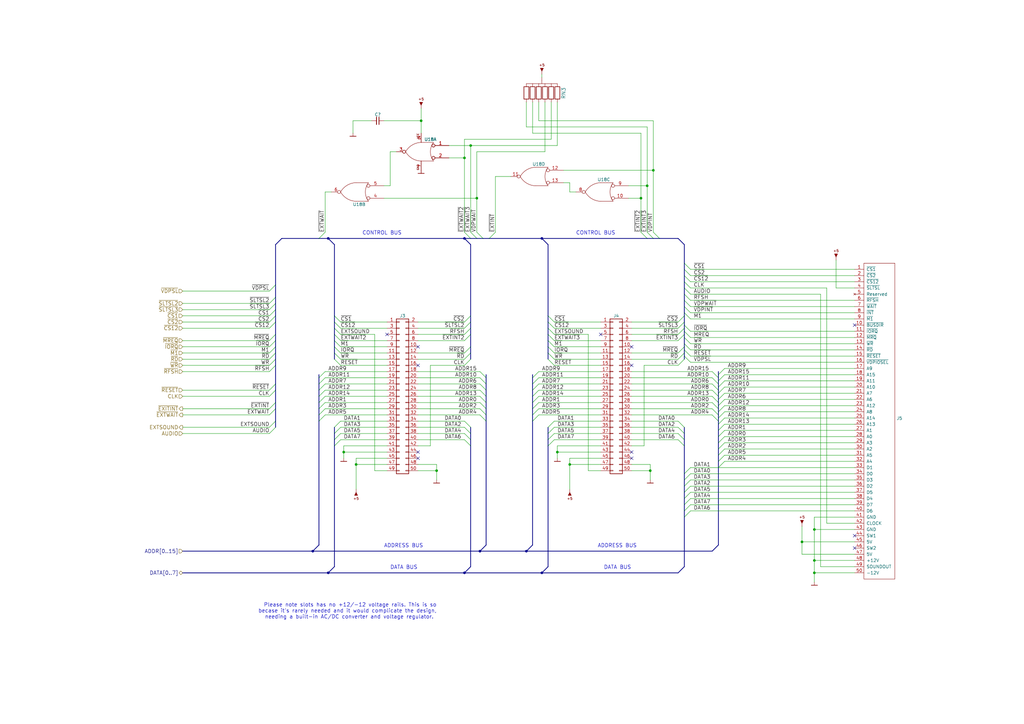
<source format=kicad_sch>
(kicad_sch (version 20211123) (generator eeschema)
  (paper "A3")
  (lib_symbols
    (symbol "artemisa:74HCT08" (pin_names (offset 0.762) hide)
      (property "Reference" "U" (at -7.62 6.35 0))
      (property "Value" "74HCT08" (at -7.62 -5.08 0))
      (symbol "74HCT08_1_0"
        (text "GND" (at 1.27 -6.35 900) (effects (font (size 0.762 0.762))))
        (text "VCC" (at 1.27 7.62 900) (effects (font (size 0.762 0.762)) (justify right)))
        (pin power_in line (at 0 7.62 270) (length 3.81) (name "VCC") (number "14"))
        (pin power_in line (at 0 -7.62 90) (length 3.81) (name "GND") (number "7"))
      )
      (symbol "74HCT08_1_1"
        (pin input line (at -11.43 2.54 0) (length 6.2992) (name "~") (number "1"))
        (pin input line (at -11.43 -2.54 0) (length 6.2992) (name "~") (number "2"))
        (pin output line (at 10.16 0 180) (length 5.1054) (name "~") (number "3"))
      )
      (symbol "74HCT08_1_2"
        (pin input inverted (at -11.43 2.54 0) (length 7.0104) (name "~") (number "1"))
        (pin input inverted (at -11.43 -2.54 0) (length 7.0104) (name "~") (number "2"))
        (pin output inverted (at 10.16 0 180) (length 3.81) (name "~") (number "3"))
      )
      (symbol "74HCT08_2_1"
        (pin power_in line (at -2.54 3.81 90) (length 0) hide (name "VCC") (number "14"))
        (pin input line (at -11.43 2.54 0) (length 6.2992) (name "~") (number "4"))
        (pin input line (at -11.43 -2.54 0) (length 6.2992) (name "~") (number "5"))
        (pin output line (at 10.16 0 180) (length 5.1054) (name "~") (number "6"))
        (pin power_in line (at -2.54 -3.81 90) (length 0) hide (name "GND") (number "7"))
      )
      (symbol "74HCT08_2_2"
        (pin input inverted (at -11.43 2.54 0) (length 7.0104) (name "~") (number "4"))
        (pin input inverted (at -11.43 -2.54 0) (length 7.0104) (name "~") (number "5"))
        (pin output inverted (at 10.16 0 180) (length 3.81) (name "~") (number "6"))
      )
      (symbol "74HCT08_3_1"
        (pin input line (at -11.43 -2.54 0) (length 6.2992) (name "~") (number "10"))
        (pin power_in line (at -2.54 3.81 90) (length 0) hide (name "VCC") (number "14"))
        (pin power_in line (at -2.54 -3.81 90) (length 0) hide (name "GND") (number "7"))
        (pin output line (at 10.16 0 180) (length 5.1054) (name "~") (number "8"))
        (pin input line (at -11.43 2.54 0) (length 6.2992) (name "~") (number "9"))
      )
      (symbol "74HCT08_3_2"
        (pin input inverted (at -11.43 -2.54 0) (length 7.0104) (name "~") (number "10"))
        (pin output inverted (at 10.16 0 180) (length 3.81) (name "~") (number "8"))
        (pin input inverted (at -11.43 2.54 0) (length 7.0104) (name "~") (number "9"))
      )
      (symbol "74HCT08_4_1"
        (pin output line (at 10.16 0 180) (length 5.1054) (name "~") (number "11"))
        (pin input line (at -11.43 2.54 0) (length 6.2992) (name "~") (number "12"))
        (pin input line (at -11.43 -2.54 0) (length 6.2992) (name "~") (number "13"))
        (pin power_in line (at -2.54 3.81 90) (length 0) hide (name "VCC") (number "14"))
        (pin power_in line (at -2.54 -3.81 90) (length 0) hide (name "GND") (number "7"))
      )
      (symbol "74HCT08_4_2"
        (pin output inverted (at 10.16 0 180) (length 3.81) (name "~") (number "11"))
        (pin input inverted (at -11.43 2.54 0) (length 7.0104) (name "~") (number "12"))
        (pin input inverted (at -11.43 -2.54 0) (length 7.0104) (name "~") (number "13"))
      )
    )
    (symbol "artemisa:Cap" (pin_numbers hide) (pin_names (offset 0.254) hide)
      (property "Reference" "C" (at 0.254 1.778 0))
      (property "Value" "Cap" (at 0.254 -2.032 0))
      (symbol "Cap_1_1"
        (pin passive line (at 0 2.54 270) (length 2.032) (name "~") (number "1"))
        (pin passive line (at 0 -2.54 90) (length 2.032) (name "~") (number "2"))
      )
    )
    (symbol "artemisa:GFX_Connector_Output" (pin_names (offset 1.016))
      (property "Reference" "J" (at 0 69.85 0))
      (property "Value" "GFX_Connector_Output" (at -8.89 5.08 90))
      (symbol "GFX_Connector_Output_1_1"
        (pin input line (at 10.16 66.04 180) (length 3.81) (name "~{CS1}") (number "1"))
        (pin output line (at 10.16 43.18 180) (length 3.81) (name "~{BUSDIR}") (number "10"))
        (pin input line (at 10.16 40.64 180) (length 3.81) (name "~{IORQ}") (number "11"))
        (pin input line (at 10.16 38.1 180) (length 3.81) (name "~{MRQ}") (number "12"))
        (pin input line (at 10.16 35.56 180) (length 3.81) (name "~{WR}") (number "13"))
        (pin input line (at 10.16 33.02 180) (length 3.81) (name "~{RD}") (number "14"))
        (pin input line (at 10.16 30.48 180) (length 3.81) (name "~{RESET}") (number "15"))
        (pin input line (at 10.16 27.94 180) (length 3.81) (name "~{VDPIOSEL}") (number "16"))
        (pin input line (at 10.16 25.4 180) (length 3.81) (name "A9") (number "17"))
        (pin input line (at 10.16 22.86 180) (length 3.81) (name "A15") (number "18"))
        (pin input line (at 10.16 20.32 180) (length 3.81) (name "A11") (number "19"))
        (pin input line (at 10.16 63.5 180) (length 3.81) (name "~{CS2}") (number "2"))
        (pin input line (at 10.16 17.78 180) (length 3.81) (name "A10") (number "20"))
        (pin input line (at 10.16 15.24 180) (length 3.81) (name "A7") (number "21"))
        (pin input line (at 10.16 12.7 180) (length 3.81) (name "A6") (number "22"))
        (pin input line (at 10.16 10.16 180) (length 3.81) (name "A12") (number "23"))
        (pin input line (at 10.16 7.62 180) (length 3.81) (name "A8") (number "24"))
        (pin input line (at 10.16 5.08 180) (length 3.81) (name "A14") (number "25"))
        (pin input line (at 10.16 2.54 180) (length 3.81) (name "A13") (number "26"))
        (pin input line (at 10.16 0 180) (length 3.81) (name "A1") (number "27"))
        (pin input line (at 10.16 -2.54 180) (length 3.81) (name "A0") (number "28"))
        (pin input line (at 10.16 -5.08 180) (length 3.81) (name "A3") (number "29"))
        (pin input line (at 10.16 60.96 180) (length 3.81) (name "~{CS12}") (number "3"))
        (pin input line (at 10.16 -7.62 180) (length 3.81) (name "A2") (number "30"))
        (pin input line (at 10.16 -10.16 180) (length 3.81) (name "A5") (number "31"))
        (pin input line (at 10.16 -12.7 180) (length 3.81) (name "A4") (number "32"))
        (pin bidirectional line (at 10.16 -15.24 180) (length 3.81) (name "D1") (number "33"))
        (pin bidirectional line (at 10.16 -17.78 180) (length 3.81) (name "D0") (number "34"))
        (pin bidirectional line (at 10.16 -20.32 180) (length 3.81) (name "D3") (number "35"))
        (pin bidirectional line (at 10.16 -22.86 180) (length 3.81) (name "D2") (number "36"))
        (pin bidirectional line (at 10.16 -25.4 180) (length 3.81) (name "D5") (number "37"))
        (pin bidirectional line (at 10.16 -27.94 180) (length 3.81) (name "D4") (number "38"))
        (pin bidirectional line (at 10.16 -30.48 180) (length 3.81) (name "D7") (number "39"))
        (pin input line (at 10.16 58.42 180) (length 3.81) (name "~{SLTSL}") (number "4"))
        (pin bidirectional line (at 10.16 -33.02 180) (length 3.81) (name "D6") (number "40"))
        (pin power_in line (at 10.16 -35.56 180) (length 3.81) (name "GND") (number "41"))
        (pin input line (at 10.16 -38.1 180) (length 3.81) (name "CLOCK") (number "42"))
        (pin power_in line (at 10.16 -40.64 180) (length 3.81) (name "GND") (number "43"))
        (pin passive line (at 10.16 -43.18 180) (length 3.81) (name "SW1") (number "44"))
        (pin power_in line (at 10.16 -45.72 180) (length 3.81) (name "5V") (number "45"))
        (pin passive line (at 10.16 -48.26 180) (length 3.81) (name "SW2") (number "46"))
        (pin power_in line (at 10.16 -50.8 180) (length 3.81) (name "5V") (number "47"))
        (pin power_in line (at 10.16 -53.34 180) (length 3.81) (name "+12V") (number "48"))
        (pin input line (at 10.16 -55.88 180) (length 3.81) (name "SOUNDOUT") (number "49"))
        (pin no_connect line (at 10.16 55.88 180) (length 3.81) (name "Reserved") (number "5"))
        (pin power_in line (at 10.16 -58.42 180) (length 3.81) (name "-12V") (number "50"))
        (pin input line (at 10.16 53.34 180) (length 3.81) (name "~{RFSH}") (number "6"))
        (pin output line (at 10.16 50.8 180) (length 3.81) (name "~{WAIT}") (number "7"))
        (pin output line (at 10.16 48.26 180) (length 3.81) (name "~{INT}") (number "8"))
        (pin input line (at 10.16 45.72 180) (length 3.81) (name "~{M1}") (number "9"))
      )
    )
    (symbol "artemisa:GND" (power) (pin_numbers hide) (pin_names (offset 0) hide)
      (symbol "GND_1_1"
        (pin power_in line (at 0 0 270) (length 1.27) (name "GND") (number "~"))
      )
    )
    (symbol "artemisa:MSX_Slot" (pin_names (offset 1.016) hide)
      (property "Reference" "J" (at 1.27 33.02 0))
      (property "Value" "MSX_Slot" (at 1.27 -33.02 0))
      (symbol "MSX_Slot_1_1"
        (pin passive line (at -5.08 30.48 0) (length 3.81) (name "Pin_1") (number "1"))
        (pin passive line (at 7.62 20.32 180) (length 3.81) (name "Pin_10") (number "10"))
        (pin passive line (at -5.08 17.78 0) (length 3.81) (name "Pin_11") (number "11"))
        (pin passive line (at 7.62 17.78 180) (length 3.81) (name "Pin_12") (number "12"))
        (pin passive line (at -5.08 15.24 0) (length 3.81) (name "Pin_13") (number "13"))
        (pin passive line (at 7.62 15.24 180) (length 3.81) (name "Pin_14") (number "14"))
        (pin passive line (at -5.08 12.7 0) (length 3.81) (name "Pin_15") (number "15"))
        (pin passive line (at 7.62 12.7 180) (length 3.81) (name "Pin_16") (number "16"))
        (pin passive line (at -5.08 10.16 0) (length 3.81) (name "Pin_17") (number "17"))
        (pin passive line (at 7.62 10.16 180) (length 3.81) (name "Pin_18") (number "18"))
        (pin passive line (at -5.08 7.62 0) (length 3.81) (name "Pin_19") (number "19"))
        (pin passive line (at 7.62 30.48 180) (length 3.81) (name "Pin_2") (number "2"))
        (pin passive line (at 7.62 7.62 180) (length 3.81) (name "Pin_20") (number "20"))
        (pin passive line (at -5.08 5.08 0) (length 3.81) (name "Pin_21") (number "21"))
        (pin passive line (at 7.62 5.08 180) (length 3.81) (name "Pin_22") (number "22"))
        (pin passive line (at -5.08 2.54 0) (length 3.81) (name "Pin_23") (number "23"))
        (pin passive line (at 7.62 2.54 180) (length 3.81) (name "Pin_24") (number "24"))
        (pin passive line (at -5.08 0 0) (length 3.81) (name "Pin_25") (number "25"))
        (pin passive line (at 7.62 0 180) (length 3.81) (name "Pin_26") (number "26"))
        (pin passive line (at -5.08 -2.54 0) (length 3.81) (name "Pin_27") (number "27"))
        (pin passive line (at 7.62 -2.54 180) (length 3.81) (name "Pin_28") (number "28"))
        (pin passive line (at -5.08 -5.08 0) (length 3.81) (name "Pin_29") (number "29"))
        (pin passive line (at -5.08 27.94 0) (length 3.81) (name "Pin_3") (number "3"))
        (pin passive line (at 7.62 -5.08 180) (length 3.81) (name "Pin_30") (number "30"))
        (pin passive line (at -5.08 -7.62 0) (length 3.81) (name "Pin_31") (number "31"))
        (pin passive line (at 7.62 -7.62 180) (length 3.81) (name "Pin_32") (number "32"))
        (pin passive line (at -5.08 -10.16 0) (length 3.81) (name "Pin_33") (number "33"))
        (pin passive line (at 7.62 -10.16 180) (length 3.81) (name "Pin_34") (number "34"))
        (pin passive line (at -5.08 -12.7 0) (length 3.81) (name "Pin_35") (number "35"))
        (pin passive line (at 7.62 -12.7 180) (length 3.81) (name "Pin_36") (number "36"))
        (pin passive line (at -5.08 -15.24 0) (length 3.81) (name "Pin_37") (number "37"))
        (pin passive line (at 7.62 -15.24 180) (length 3.81) (name "Pin_38") (number "38"))
        (pin passive line (at -5.08 -17.78 0) (length 3.81) (name "Pin_39") (number "39"))
        (pin passive line (at 7.62 27.94 180) (length 3.81) (name "Pin_4") (number "4"))
        (pin passive line (at 7.62 -17.78 180) (length 3.81) (name "Pin_40") (number "40"))
        (pin passive line (at -5.08 -20.32 0) (length 3.81) (name "Pin_41") (number "41"))
        (pin passive line (at 7.62 -20.32 180) (length 3.81) (name "Pin_42") (number "42"))
        (pin passive line (at -5.08 -22.86 0) (length 3.81) (name "Pin_43") (number "43"))
        (pin passive line (at 7.62 -22.86 180) (length 3.81) (name "Pin_44") (number "44"))
        (pin passive line (at -5.08 -25.4 0) (length 3.81) (name "Pin_45") (number "45"))
        (pin passive line (at 7.62 -25.4 180) (length 3.81) (name "Pin_46") (number "46"))
        (pin passive line (at -5.08 -27.94 0) (length 3.81) (name "Pin_47") (number "47"))
        (pin passive line (at 7.62 -27.94 180) (length 3.81) (name "Pin_48") (number "48"))
        (pin passive line (at -5.08 -30.48 0) (length 3.81) (name "Pin_49") (number "49"))
        (pin passive line (at -5.08 25.4 0) (length 3.81) (name "Pin_5") (number "5"))
        (pin passive line (at 7.62 -30.48 180) (length 3.81) (name "Pin_50") (number "50"))
        (pin passive line (at 7.62 25.4 180) (length 3.81) (name "Pin_6") (number "6"))
        (pin passive line (at -5.08 22.86 0) (length 3.81) (name "Pin_7") (number "7"))
        (pin passive line (at 7.62 22.86 180) (length 3.81) (name "Pin_8") (number "8"))
        (pin passive line (at -5.08 20.32 0) (length 3.81) (name "Pin_9") (number "9"))
      )
    )
    (symbol "artemisa:RN6" (pin_numbers hide) (pin_names (offset 1.016) hide)
      (property "Reference" "RN" (at 7.62 5.08 0))
      (property "Value" "RN6" (at -6.35 5.08 0))
      (symbol "RN6_1_1"
        (pin passive line (at 0 6.35 270) (length 1.27) (name "~") (number "1"))
        (pin passive line (at -6.35 -3.81 90) (length 1.27) (name "~") (number "2"))
        (pin passive line (at -3.81 -3.81 90) (length 1.27) (name "~") (number "3"))
        (pin passive line (at -1.27 -3.81 90) (length 1.27) (name "~") (number "4"))
        (pin passive line (at 1.27 -3.81 90) (length 1.27) (name "~") (number "5"))
        (pin passive line (at 3.81 -3.81 90) (length 1.27) (name "~") (number "6"))
        (pin passive line (at 6.35 -3.81 90) (length 1.27) (name "~") (number "7"))
      )
      (symbol "RN6_1_2"
        (pin passive line (at -8.89 -3.81 90) (length 1.27) (name "~") (number "1"))
        (pin passive line (at -6.35 -3.81 90) (length 1.27) (name "~") (number "2"))
        (pin passive line (at -3.81 -3.81 90) (length 1.27) (name "~") (number "3"))
        (pin passive line (at -1.27 -3.81 90) (length 1.27) (name "~") (number "4"))
        (pin passive line (at 1.27 -3.81 90) (length 1.27) (name "~") (number "5"))
        (pin passive line (at 3.81 -3.81 90) (length 1.27) (name "~") (number "6"))
        (pin passive line (at 6.35 -3.81 90) (length 1.27) (name "~") (number "7"))
      )
    )
    (symbol "artemisa:VCC" (power) (pin_numbers hide) (pin_names (offset 0) hide)
      (symbol "VCC_0_0"
        (text "+5" (at 0 3.81 0) (effects (font (size 1.016 1.016))))
      )
      (symbol "VCC_1_1"
        (pin power_in line (at 0 0 90) (length 1.27) (name "~") (number "~"))
      )
    )
  )
  (junction (at 222.25 97.79))
  (junction (at 334.01 234.95))
  (junction (at 215.9 226.06))
  (junction (at 190.5 234.95))
  (junction (at 196.85 226.06))
  (junction (at 228.6 185.42))
  (junction (at 233.68 190.5))
  (junction (at 193.04 59.69))
  (junction (at 267.97 69.85))
  (junction (at 190.5 64.77))
  (junction (at 179.07 193.04))
  (junction (at 265.43 76.2))
  (junction (at 262.89 81.28))
  (junction (at 195.58 81.28))
  (junction (at 128.27 226.06))
  (junction (at 334.01 217.17))
  (junction (at 222.25 234.95))
  (junction (at 134.62 97.79))
  (junction (at 334.01 229.87))
  (junction (at 134.62 234.95))
  (junction (at 172.72 49.53))
  (junction (at 190.5 97.79))
  (junction (at 328.93 222.25))
  (junction (at 146.05 190.5))
  (junction (at 266.7 193.04))
  (junction (at 140.97 185.42))
  (no_connect (at 246.38 137.16))
  (no_connect (at 171.45 185.42))
  (no_connect (at 259.08 142.24))
  (no_connect (at 350.52 219.71))
  (no_connect (at 171.45 187.96))
  (no_connect (at 259.08 185.42))
  (no_connect (at 350.52 224.79))
  (no_connect (at 350.52 133.35))
  (no_connect (at 259.08 149.86))
  (no_connect (at 171.45 149.86))
  (no_connect (at 259.08 187.96))
  (no_connect (at 158.75 137.16))
  (no_connect (at 171.45 142.24))
  (bus_entry (at 262.89 95.25) (size 2.54 2.54))
  (bus_entry (at 113.03 139.7) (size -2.54 2.54))
  (bus_entry (at 113.03 157.48) (size -2.54 2.54))
  (bus_entry (at 280.67 144.78) (size -2.54 2.54))
  (bus_entry (at 224.79 132.08) (size 2.54 2.54))
  (bus_entry (at 137.16 139.7) (size 2.54 2.54))
  (bus_entry (at 220.98 152.4) (size -2.54 2.54))
  (bus_entry (at 190.5 175.26) (size 2.54 2.54))
  (bus_entry (at 113.03 121.92) (size -2.54 2.54))
  (bus_entry (at 196.85 167.64) (size 2.54 2.54))
  (bus_entry (at 220.98 160.02) (size -2.54 2.54))
  (bus_entry (at 292.1 162.56) (size 2.54 2.54))
  (bus_entry (at 292.1 154.94) (size 2.54 2.54))
  (bus_entry (at 297.18 168.91) (size -2.54 2.54))
  (bus_entry (at 220.98 162.56) (size -2.54 2.54))
  (bus_entry (at 227.33 180.34) (size -2.54 2.54))
  (bus_entry (at 292.1 152.4) (size 2.54 2.54))
  (bus_entry (at 297.18 173.99) (size -2.54 2.54))
  (bus_entry (at 133.35 162.56) (size -2.54 2.54))
  (bus_entry (at 190.5 172.72) (size 2.54 2.54))
  (bus_entry (at 297.18 171.45) (size -2.54 2.54))
  (bus_entry (at 137.16 129.54) (size 2.54 2.54))
  (bus_entry (at 193.04 137.16) (size -2.54 2.54))
  (bus_entry (at 133.35 165.1) (size -2.54 2.54))
  (bus_entry (at 280.67 147.32) (size -2.54 2.54))
  (bus_entry (at 292.1 170.18) (size 2.54 2.54))
  (bus_entry (at 113.03 175.26) (size -2.54 2.54))
  (bus_entry (at 220.98 167.64) (size -2.54 2.54))
  (bus_entry (at 278.13 175.26) (size 2.54 2.54))
  (bus_entry (at 196.85 162.56) (size 2.54 2.54))
  (bus_entry (at 200.66 97.79) (size 2.54 -2.54))
  (bus_entry (at 280.67 129.54) (size -2.54 2.54))
  (bus_entry (at 297.18 153.67) (size -2.54 2.54))
  (bus_entry (at 280.67 142.24) (size -2.54 2.54))
  (bus_entry (at 297.18 166.37) (size -2.54 2.54))
  (bus_entry (at 224.79 129.54) (size 2.54 2.54))
  (bus_entry (at 227.33 172.72) (size -2.54 2.54))
  (bus_entry (at 133.35 167.64) (size -2.54 2.54))
  (bus_entry (at 297.18 158.75) (size -2.54 2.54))
  (bus_entry (at 133.35 170.18) (size -2.54 2.54))
  (bus_entry (at 278.13 172.72) (size 2.54 2.54))
  (bus_entry (at 297.18 181.61) (size -2.54 2.54))
  (bus_entry (at 283.21 130.81) (size -2.54 -2.54))
  (bus_entry (at 139.7 180.34) (size -2.54 2.54))
  (bus_entry (at 113.03 116.84) (size -2.54 2.54))
  (bus_entry (at 227.33 175.26) (size -2.54 2.54))
  (bus_entry (at 280.67 134.62) (size -2.54 2.54))
  (bus_entry (at 193.04 134.62) (size -2.54 2.54))
  (bus_entry (at 283.21 113.03) (size -2.54 -2.54))
  (bus_entry (at 283.21 191.77) (size -2.54 2.54))
  (bus_entry (at 292.1 160.02) (size 2.54 2.54))
  (bus_entry (at 196.85 170.18) (size 2.54 2.54))
  (bus_entry (at 139.7 175.26) (size -2.54 2.54))
  (bus_entry (at 113.03 172.72) (size -2.54 2.54))
  (bus_entry (at 283.21 199.39) (size -2.54 2.54))
  (bus_entry (at 193.04 142.24) (size -2.54 2.54))
  (bus_entry (at 193.04 132.08) (size -2.54 2.54))
  (bus_entry (at 133.35 157.48) (size -2.54 2.54))
  (bus_entry (at 113.03 144.78) (size -2.54 2.54))
  (bus_entry (at 193.04 147.32) (size -2.54 2.54))
  (bus_entry (at 193.04 95.25) (size 2.54 2.54))
  (bus_entry (at 265.43 95.25) (size 2.54 2.54))
  (bus_entry (at 280.67 118.11) (size 2.54 2.54))
  (bus_entry (at 137.16 137.16) (size 2.54 2.54))
  (bus_entry (at 224.79 134.62) (size 2.54 2.54))
  (bus_entry (at 133.35 152.4) (size -2.54 2.54))
  (bus_entry (at 113.03 132.08) (size -2.54 2.54))
  (bus_entry (at 280.67 115.57) (size 2.54 2.54))
  (bus_entry (at 196.85 160.02) (size 2.54 2.54))
  (bus_entry (at 224.79 137.16) (size 2.54 2.54))
  (bus_entry (at 133.35 154.94) (size -2.54 2.54))
  (bus_entry (at 113.03 142.24) (size -2.54 2.54))
  (bus_entry (at 130.81 97.79) (size 2.54 -2.54))
  (bus_entry (at 220.98 165.1) (size -2.54 2.54))
  (bus_entry (at 297.18 163.83) (size -2.54 2.54))
  (bus_entry (at 195.58 95.25) (size 2.54 2.54))
  (bus_entry (at 278.13 177.8) (size 2.54 2.54))
  (bus_entry (at 113.03 147.32) (size -2.54 2.54))
  (bus_entry (at 297.18 151.13) (size -2.54 2.54))
  (bus_entry (at 278.13 180.34) (size 2.54 2.54))
  (bus_entry (at 224.79 144.78) (size 2.54 2.54))
  (bus_entry (at 283.21 209.55) (size -2.54 2.54))
  (bus_entry (at 113.03 124.46) (size -2.54 2.54))
  (bus_entry (at 297.18 156.21) (size -2.54 2.54))
  (bus_entry (at 190.5 177.8) (size 2.54 2.54))
  (bus_entry (at 139.7 177.8) (size -2.54 2.54))
  (bus_entry (at 113.03 137.16) (size -2.54 2.54))
  (bus_entry (at 283.21 204.47) (size -2.54 2.54))
  (bus_entry (at 196.85 157.48) (size 2.54 2.54))
  (bus_entry (at 283.21 123.19) (size -2.54 -2.54))
  (bus_entry (at 193.04 144.78) (size -2.54 2.54))
  (bus_entry (at 283.21 115.57) (size -2.54 -2.54))
  (bus_entry (at 283.21 201.93) (size -2.54 2.54))
  (bus_entry (at 113.03 165.1) (size -2.54 2.54))
  (bus_entry (at 267.97 95.25) (size 2.54 2.54))
  (bus_entry (at 283.21 110.49) (size -2.54 -2.54))
  (bus_entry (at 297.18 179.07) (size -2.54 2.54))
  (bus_entry (at 283.21 194.31) (size -2.54 2.54))
  (bus_entry (at 283.21 207.01) (size -2.54 2.54))
  (bus_entry (at 193.04 129.54) (size -2.54 2.54))
  (bus_entry (at 292.1 165.1) (size 2.54 2.54))
  (bus_entry (at 113.03 127) (size -2.54 2.54))
  (bus_entry (at 133.35 160.02) (size -2.54 2.54))
  (bus_entry (at 139.7 172.72) (size -2.54 2.54))
  (bus_entry (at 196.85 152.4) (size 2.54 2.54))
  (bus_entry (at 196.85 165.1) (size 2.54 2.54))
  (bus_entry (at 113.03 149.86) (size -2.54 2.54))
  (bus_entry (at 224.79 147.32) (size 2.54 2.54))
  (bus_entry (at 283.21 148.59) (size -2.54 -2.54))
  (bus_entry (at 190.5 95.25) (size 2.54 2.54))
  (bus_entry (at 283.21 138.43) (size -2.54 -2.54))
  (bus_entry (at 224.79 139.7) (size 2.54 2.54))
  (bus_entry (at 297.18 186.69) (size -2.54 2.54))
  (bus_entry (at 137.16 142.24) (size 2.54 2.54))
  (bus_entry (at 190.5 180.34) (size 2.54 2.54))
  (bus_entry (at 297.18 189.23) (size -2.54 2.54))
  (bus_entry (at 113.03 160.02) (size -2.54 2.54))
  (bus_entry (at 283.21 146.05) (size -2.54 -2.54))
  (bus_entry (at 292.1 167.64) (size 2.54 2.54))
  (bus_entry (at 280.67 132.08) (size -2.54 2.54))
  (bus_entry (at 113.03 129.54) (size -2.54 2.54))
  (bus_entry (at 283.21 128.27) (size -2.54 -2.54))
  (bus_entry (at 297.18 176.53) (size -2.54 2.54))
  (bus_entry (at 137.16 147.32) (size 2.54 2.54))
  (bus_entry (at 137.16 144.78) (size 2.54 2.54))
  (bus_entry (at 137.16 132.08) (size 2.54 2.54))
  (bus_entry (at 297.18 161.29) (size -2.54 2.54))
  (bus_entry (at 292.1 157.48) (size 2.54 2.54))
  (bus_entry (at 220.98 154.94) (size -2.54 2.54))
  (bus_entry (at 283.21 196.85) (size -2.54 2.54))
  (bus_entry (at 220.98 170.18) (size -2.54 2.54))
  (bus_entry (at 283.21 135.89) (size -2.54 -2.54))
  (bus_entry (at 283.21 143.51) (size -2.54 -2.54))
  (bus_entry (at 196.85 154.94) (size 2.54 2.54))
  (bus_entry (at 113.03 167.64) (size -2.54 2.54))
  (bus_entry (at 283.21 125.73) (size -2.54 -2.54))
  (bus_entry (at 220.98 157.48) (size -2.54 2.54))
  (bus_entry (at 224.79 142.24) (size 2.54 2.54))
  (bus_entry (at 297.18 184.15) (size -2.54 2.54))
  (bus_entry (at 280.67 137.16) (size -2.54 2.54))
  (bus_entry (at 137.16 134.62) (size 2.54 2.54))
  (bus_entry (at 283.21 140.97) (size -2.54 -2.54))
  (bus_entry (at 227.33 177.8) (size -2.54 2.54))
  (bus (pts (xy 115.57 97.79) (xy 130.81 97.79)))
  (bus (pts (xy 199.39 157.48) (xy 199.39 160.02)))
  (bus (pts (xy 137.16 139.7) (xy 137.16 142.24)))
  (bus (pts (xy 199.39 167.64) (xy 199.39 170.18)))
  (wire (pts (xy 133.35 152.4) (xy 158.75 152.4)))
  (wire (pts (xy 139.7 132.08) (xy 158.75 132.08)))
  (wire (pts (xy 233.68 78.74) (xy 233.68 74.93)))
  (wire (pts (xy 278.13 177.8) (xy 259.08 177.8)))
  (wire (pts (xy 203.2 72.39) (xy 203.2 95.25)))
  (bus (pts (xy 193.04 97.79) (xy 195.58 97.79)))
  (wire (pts (xy 196.85 157.48) (xy 171.45 157.48)))
  (bus (pts (xy 280.67 135.89) (xy 280.67 137.16)))
  (bus (pts (xy 224.79 177.8) (xy 224.79 180.34)))
  (wire (pts (xy 190.5 57.15) (xy 226.06 57.15)))
  (wire (pts (xy 241.3 137.16) (xy 241.3 193.04)))
  (wire (pts (xy 233.68 187.96) (xy 233.68 190.5)))
  (bus (pts (xy 137.16 182.88) (xy 137.16 232.41)))
  (wire (pts (xy 350.52 125.73) (xy 283.21 125.73)))
  (wire (pts (xy 283.21 115.57) (xy 350.52 115.57)))
  (wire (pts (xy 158.75 182.88) (xy 140.97 182.88)))
  (wire (pts (xy 283.21 196.85) (xy 350.52 196.85)))
  (bus (pts (xy 280.67 204.47) (xy 280.67 207.01)))
  (wire (pts (xy 297.18 171.45) (xy 350.52 171.45)))
  (wire (pts (xy 176.53 182.88) (xy 171.45 182.88)))
  (bus (pts (xy 294.64 172.72) (xy 294.64 173.99)))
  (wire (pts (xy 283.21 204.47) (xy 350.52 204.47)))
  (wire (pts (xy 350.52 179.07) (xy 297.18 179.07)))
  (bus (pts (xy 222.25 234.95) (xy 278.13 234.95)))
  (wire (pts (xy 350.52 173.99) (xy 297.18 173.99)))
  (wire (pts (xy 160.02 62.23) (xy 160.02 76.2)))
  (bus (pts (xy 280.67 107.95) (xy 280.67 110.49)))
  (bus (pts (xy 218.44 160.02) (xy 218.44 162.56)))
  (bus (pts (xy 294.64 179.07) (xy 294.64 181.61)))
  (bus (pts (xy 130.81 97.79) (xy 134.62 97.79)))
  (wire (pts (xy 259.08 139.7) (xy 278.13 139.7)))
  (bus (pts (xy 280.67 196.85) (xy 280.67 199.39)))
  (bus (pts (xy 193.04 129.54) (xy 193.04 132.08)))
  (wire (pts (xy 146.05 187.96) (xy 146.05 190.5)))
  (bus (pts (xy 218.44 162.56) (xy 218.44 165.1)))
  (bus (pts (xy 224.79 129.54) (xy 224.79 132.08)))
  (wire (pts (xy 190.5 64.77) (xy 190.5 95.25)))
  (wire (pts (xy 176.53 149.86) (xy 176.53 182.88)))
  (wire (pts (xy 158.75 160.02) (xy 133.35 160.02)))
  (wire (pts (xy 74.93 139.7) (xy 110.49 139.7)))
  (wire (pts (xy 283.21 143.51) (xy 350.52 143.51)))
  (wire (pts (xy 193.04 59.69) (xy 193.04 95.25)))
  (wire (pts (xy 152.4 49.53) (xy 144.78 49.53)))
  (bus (pts (xy 280.67 133.35) (xy 280.67 134.62)))
  (wire (pts (xy 328.93 227.33) (xy 350.52 227.33)))
  (bus (pts (xy 280.67 144.78) (xy 280.67 146.05)))
  (wire (pts (xy 283.21 199.39) (xy 350.52 199.39)))
  (bus (pts (xy 130.81 160.02) (xy 130.81 162.56)))
  (wire (pts (xy 139.7 177.8) (xy 158.75 177.8)))
  (wire (pts (xy 220.98 162.56) (xy 246.38 162.56)))
  (bus (pts (xy 294.64 153.67) (xy 294.64 154.94)))
  (wire (pts (xy 339.09 214.63) (xy 350.52 214.63)))
  (bus (pts (xy 130.81 157.48) (xy 130.81 160.02)))
  (wire (pts (xy 350.52 189.23) (xy 297.18 189.23)))
  (bus (pts (xy 130.81 172.72) (xy 130.81 223.52)))
  (bus (pts (xy 280.67 138.43) (xy 280.67 140.97)))
  (bus (pts (xy 113.03 172.72) (xy 113.03 175.26)))
  (bus (pts (xy 199.39 172.72) (xy 199.39 223.52)))
  (bus (pts (xy 137.16 232.41) (xy 134.62 234.95)))
  (bus (pts (xy 294.64 152.4) (xy 294.64 153.67)))
  (bus (pts (xy 199.39 165.1) (xy 199.39 167.64)))
  (wire (pts (xy 157.48 49.53) (xy 172.72 49.53)))
  (wire (pts (xy 171.45 160.02) (xy 196.85 160.02)))
  (bus (pts (xy 218.44 167.64) (xy 218.44 170.18)))
  (wire (pts (xy 215.9 52.07) (xy 215.9 41.91)))
  (wire (pts (xy 158.75 147.32) (xy 139.7 147.32)))
  (bus (pts (xy 137.16 132.08) (xy 137.16 134.62)))
  (wire (pts (xy 283.21 110.49) (xy 350.52 110.49)))
  (wire (pts (xy 139.7 137.16) (xy 153.67 137.16)))
  (wire (pts (xy 172.72 44.45) (xy 172.72 49.53)))
  (wire (pts (xy 283.21 191.77) (xy 294.64 191.77)))
  (wire (pts (xy 297.18 156.21) (xy 350.52 156.21)))
  (wire (pts (xy 292.1 152.4) (xy 259.08 152.4)))
  (wire (pts (xy 246.38 170.18) (xy 220.98 170.18)))
  (bus (pts (xy 190.5 97.79) (xy 193.04 100.33)))
  (wire (pts (xy 227.33 139.7) (xy 246.38 139.7)))
  (wire (pts (xy 110.49 147.32) (xy 74.93 147.32)))
  (wire (pts (xy 334.01 234.95) (xy 334.01 238.76)))
  (bus (pts (xy 294.64 223.52) (xy 292.1 226.06)))
  (bus (pts (xy 193.04 180.34) (xy 193.04 182.88)))
  (bus (pts (xy 196.85 226.06) (xy 215.9 226.06)))
  (bus (pts (xy 280.67 175.26) (xy 280.67 177.8)))
  (bus (pts (xy 137.16 175.26) (xy 137.16 177.8)))
  (wire (pts (xy 190.5 147.32) (xy 171.45 147.32)))
  (wire (pts (xy 158.75 185.42) (xy 140.97 185.42)))
  (wire (pts (xy 196.85 152.4) (xy 171.45 152.4)))
  (wire (pts (xy 133.35 162.56) (xy 158.75 162.56)))
  (wire (pts (xy 278.13 172.72) (xy 259.08 172.72)))
  (wire (pts (xy 220.98 49.53) (xy 267.97 49.53)))
  (bus (pts (xy 137.16 137.16) (xy 137.16 139.7)))
  (bus (pts (xy 280.67 143.51) (xy 280.67 144.78)))
  (bus (pts (xy 294.64 163.83) (xy 294.64 165.1)))
  (wire (pts (xy 171.45 134.62) (xy 190.5 134.62)))
  (wire (pts (xy 259.08 144.78) (xy 278.13 144.78)))
  (wire (pts (xy 133.35 78.74) (xy 135.89 78.74)))
  (wire (pts (xy 227.33 137.16) (xy 241.3 137.16)))
  (bus (pts (xy 278.13 97.79) (xy 280.67 100.33)))
  (wire (pts (xy 218.44 54.61) (xy 262.89 54.61)))
  (bus (pts (xy 294.64 157.48) (xy 294.64 158.75)))
  (bus (pts (xy 193.04 134.62) (xy 193.04 137.16)))
  (bus (pts (xy 294.64 181.61) (xy 294.64 184.15)))
  (wire (pts (xy 262.89 54.61) (xy 262.89 81.28)))
  (bus (pts (xy 280.67 110.49) (xy 280.67 113.03)))
  (bus (pts (xy 280.67 182.88) (xy 280.67 194.31)))
  (wire (pts (xy 218.44 54.61) (xy 218.44 41.91)))
  (bus (pts (xy 280.67 199.39) (xy 280.67 201.93)))
  (bus (pts (xy 280.67 212.09) (xy 280.67 232.41)))
  (wire (pts (xy 144.78 49.53) (xy 144.78 54.61)))
  (bus (pts (xy 113.03 127) (xy 113.03 129.54)))
  (bus (pts (xy 130.81 223.52) (xy 128.27 226.06)))
  (bus (pts (xy 294.64 156.21) (xy 294.64 157.48)))
  (wire (pts (xy 278.13 137.16) (xy 259.08 137.16)))
  (wire (pts (xy 110.49 142.24) (xy 74.93 142.24)))
  (bus (pts (xy 137.16 144.78) (xy 137.16 147.32)))
  (wire (pts (xy 350.52 168.91) (xy 297.18 168.91)))
  (bus (pts (xy 113.03 147.32) (xy 113.03 149.86)))
  (bus (pts (xy 215.9 226.06) (xy 292.1 226.06)))
  (bus (pts (xy 193.04 100.33) (xy 193.04 129.54)))
  (bus (pts (xy 113.03 129.54) (xy 113.03 132.08)))
  (wire (pts (xy 265.43 52.07) (xy 265.43 76.2)))
  (wire (pts (xy 246.38 187.96) (xy 233.68 187.96)))
  (bus (pts (xy 280.67 146.05) (xy 280.67 147.32)))
  (wire (pts (xy 266.7 190.5) (xy 266.7 193.04)))
  (wire (pts (xy 139.7 144.78) (xy 158.75 144.78)))
  (wire (pts (xy 292.1 157.48) (xy 259.08 157.48)))
  (wire (pts (xy 171.45 154.94) (xy 196.85 154.94)))
  (wire (pts (xy 350.52 135.89) (xy 283.21 135.89)))
  (bus (pts (xy 280.67 118.11) (xy 280.67 120.65)))
  (bus (pts (xy 224.79 142.24) (xy 224.79 144.78)))
  (bus (pts (xy 224.79 139.7) (xy 224.79 142.24)))
  (wire (pts (xy 153.67 193.04) (xy 158.75 193.04)))
  (bus (pts (xy 130.81 167.64) (xy 130.81 170.18)))
  (wire (pts (xy 228.6 182.88) (xy 228.6 185.42)))
  (bus (pts (xy 199.39 223.52) (xy 196.85 226.06)))
  (bus (pts (xy 280.67 123.19) (xy 280.67 125.73)))
  (wire (pts (xy 158.75 190.5) (xy 146.05 190.5)))
  (bus (pts (xy 222.25 97.79) (xy 224.79 100.33)))
  (wire (pts (xy 171.45 190.5) (xy 179.07 190.5)))
  (bus (pts (xy 280.67 120.65) (xy 280.67 123.19)))
  (wire (pts (xy 278.13 132.08) (xy 259.08 132.08)))
  (bus (pts (xy 280.67 140.97) (xy 280.67 142.24)))
  (bus (pts (xy 280.67 129.54) (xy 280.67 132.08)))
  (wire (pts (xy 176.53 149.86) (xy 190.5 149.86)))
  (bus (pts (xy 115.57 97.79) (xy 113.03 100.33)))
  (bus (pts (xy 280.67 180.34) (xy 280.67 182.88)))
  (wire (pts (xy 350.52 207.01) (xy 283.21 207.01)))
  (wire (pts (xy 158.75 165.1) (xy 133.35 165.1)))
  (wire (pts (xy 195.58 62.23) (xy 223.52 62.23)))
  (bus (pts (xy 294.64 167.64) (xy 294.64 168.91)))
  (wire (pts (xy 257.81 76.2) (xy 265.43 76.2)))
  (bus (pts (xy 224.79 180.34) (xy 224.79 182.88)))
  (wire (pts (xy 227.33 172.72) (xy 246.38 172.72)))
  (bus (pts (xy 113.03 157.48) (xy 113.03 160.02)))
  (wire (pts (xy 228.6 59.69) (xy 228.6 41.91)))
  (wire (pts (xy 246.38 175.26) (xy 227.33 175.26)))
  (wire (pts (xy 328.93 222.25) (xy 328.93 227.33)))
  (wire (pts (xy 350.52 153.67) (xy 297.18 153.67)))
  (wire (pts (xy 233.68 74.93) (xy 231.14 74.93)))
  (wire (pts (xy 160.02 76.2) (xy 157.48 76.2)))
  (wire (pts (xy 74.93 119.38) (xy 110.49 119.38)))
  (bus (pts (xy 294.64 165.1) (xy 294.64 166.37)))
  (wire (pts (xy 259.08 193.04) (xy 266.7 193.04)))
  (wire (pts (xy 350.52 163.83) (xy 297.18 163.83)))
  (bus (pts (xy 224.79 134.62) (xy 224.79 137.16)))
  (wire (pts (xy 297.18 186.69) (xy 350.52 186.69)))
  (wire (pts (xy 246.38 185.42) (xy 228.6 185.42)))
  (bus (pts (xy 199.39 154.94) (xy 199.39 157.48)))
  (bus (pts (xy 294.64 170.18) (xy 294.64 171.45)))
  (wire (pts (xy 233.68 190.5) (xy 233.68 200.66)))
  (wire (pts (xy 209.55 72.39) (xy 203.2 72.39)))
  (wire (pts (xy 74.93 167.64) (xy 110.49 167.64)))
  (wire (pts (xy 110.49 129.54) (xy 74.93 129.54)))
  (bus (pts (xy 222.25 97.79) (xy 265.43 97.79)))
  (wire (pts (xy 259.08 160.02) (xy 292.1 160.02)))
  (wire (pts (xy 133.35 78.74) (xy 133.35 95.25)))
  (bus (pts (xy 113.03 124.46) (xy 113.03 127)))
  (wire (pts (xy 283.21 123.19) (xy 350.52 123.19)))
  (wire (pts (xy 350.52 212.09) (xy 334.01 212.09)))
  (wire (pts (xy 267.97 69.85) (xy 267.97 95.25)))
  (bus (pts (xy 280.67 113.03) (xy 280.67 115.57)))
  (bus (pts (xy 218.44 170.18) (xy 218.44 172.72)))
  (bus (pts (xy 74.93 226.06) (xy 128.27 226.06)))
  (bus (pts (xy 218.44 223.52) (xy 215.9 226.06)))
  (bus (pts (xy 113.03 142.24) (xy 113.03 144.78)))
  (wire (pts (xy 74.93 127) (xy 110.49 127)))
  (wire (pts (xy 133.35 167.64) (xy 158.75 167.64)))
  (bus (pts (xy 280.67 100.33) (xy 280.67 107.95)))
  (bus (pts (xy 130.81 162.56) (xy 130.81 165.1)))
  (bus (pts (xy 199.39 153.67) (xy 199.39 154.94)))
  (bus (pts (xy 198.12 97.79) (xy 200.66 97.79)))
  (wire (pts (xy 339.09 214.63) (xy 339.09 118.11)))
  (wire (pts (xy 257.81 81.28) (xy 262.89 81.28)))
  (bus (pts (xy 134.62 97.79) (xy 190.5 97.79)))
  (wire (pts (xy 264.16 182.88) (xy 259.08 182.88)))
  (wire (pts (xy 336.55 232.41) (xy 336.55 120.65)))
  (bus (pts (xy 199.39 162.56) (xy 199.39 165.1)))
  (bus (pts (xy 137.16 129.54) (xy 137.16 132.08)))
  (wire (pts (xy 267.97 49.53) (xy 267.97 69.85)))
  (wire (pts (xy 140.97 185.42) (xy 140.97 187.96)))
  (bus (pts (xy 280.67 209.55) (xy 280.67 212.09)))
  (bus (pts (xy 294.64 173.99) (xy 294.64 176.53)))
  (bus (pts (xy 294.64 171.45) (xy 294.64 172.72)))
  (wire (pts (xy 350.52 234.95) (xy 334.01 234.95)))
  (wire (pts (xy 334.01 217.17) (xy 334.01 229.87)))
  (wire (pts (xy 74.93 149.86) (xy 110.49 149.86)))
  (wire (pts (xy 246.38 160.02) (xy 220.98 160.02)))
  (bus (pts (xy 224.79 175.26) (xy 224.79 177.8)))
  (bus (pts (xy 224.79 100.33) (xy 224.79 129.54)))
  (bus (pts (xy 193.04 132.08) (xy 193.04 134.62)))
  (wire (pts (xy 264.16 149.86) (xy 278.13 149.86)))
  (wire (pts (xy 350.52 158.75) (xy 297.18 158.75)))
  (wire (pts (xy 278.13 147.32) (xy 259.08 147.32)))
  (wire (pts (xy 196.85 162.56) (xy 171.45 162.56)))
  (wire (pts (xy 74.93 144.78) (xy 110.49 144.78)))
  (wire (pts (xy 139.7 149.86) (xy 158.75 149.86)))
  (wire (pts (xy 190.5 172.72) (xy 171.45 172.72)))
  (wire (pts (xy 227.33 144.78) (xy 246.38 144.78)))
  (wire (pts (xy 350.52 146.05) (xy 283.21 146.05)))
  (bus (pts (xy 113.03 132.08) (xy 113.03 137.16)))
  (wire (pts (xy 294.64 191.77) (xy 350.52 191.77)))
  (wire (pts (xy 339.09 118.11) (xy 283.21 118.11)))
  (wire (pts (xy 283.21 148.59) (xy 350.52 148.59)))
  (bus (pts (xy 294.64 186.69) (xy 294.64 189.23)))
  (bus (pts (xy 193.04 182.88) (xy 193.04 232.41)))
  (wire (pts (xy 220.98 157.48) (xy 246.38 157.48)))
  (wire (pts (xy 259.08 134.62) (xy 278.13 134.62)))
  (wire (pts (xy 139.7 139.7) (xy 158.75 139.7)))
  (bus (pts (xy 200.66 97.79) (xy 222.25 97.79)))
  (wire (pts (xy 222.25 30.48) (xy 222.25 31.75)))
  (wire (pts (xy 215.9 52.07) (xy 265.43 52.07)))
  (bus (pts (xy 280.67 177.8) (xy 280.67 180.34)))
  (bus (pts (xy 134.62 97.79) (xy 137.16 100.33)))
  (wire (pts (xy 350.52 209.55) (xy 283.21 209.55)))
  (bus (pts (xy 267.97 97.79) (xy 270.51 97.79)))
  (wire (pts (xy 74.93 162.56) (xy 110.49 162.56)))
  (wire (pts (xy 259.08 170.18) (xy 292.1 170.18)))
  (wire (pts (xy 246.38 165.1) (xy 220.98 165.1)))
  (wire (pts (xy 350.52 229.87) (xy 334.01 229.87)))
  (wire (pts (xy 350.52 113.03) (xy 283.21 113.03)))
  (bus (pts (xy 280.67 201.93) (xy 280.67 204.47)))
  (bus (pts (xy 193.04 137.16) (xy 193.04 142.24)))
  (wire (pts (xy 110.49 175.26) (xy 74.93 175.26)))
  (bus (pts (xy 137.16 180.34) (xy 137.16 182.88)))
  (bus (pts (xy 294.64 191.77) (xy 294.64 223.52)))
  (bus (pts (xy 294.64 168.91) (xy 294.64 170.18)))
  (bus (pts (xy 294.64 162.56) (xy 294.64 163.83)))
  (bus (pts (xy 193.04 177.8) (xy 193.04 180.34)))
  (bus (pts (xy 270.51 97.79) (xy 278.13 97.79)))
  (bus (pts (xy 280.67 132.08) (xy 280.67 133.35)))
  (wire (pts (xy 236.22 78.74) (xy 233.68 78.74)))
  (wire (pts (xy 297.18 166.37) (xy 350.52 166.37)))
  (wire (pts (xy 158.75 154.94) (xy 133.35 154.94)))
  (bus (pts (xy 137.16 100.33) (xy 137.16 129.54)))
  (wire (pts (xy 179.07 193.04) (xy 179.07 196.85)))
  (wire (pts (xy 223.52 62.23) (xy 223.52 41.91)))
  (wire (pts (xy 171.45 180.34) (xy 190.5 180.34)))
  (wire (pts (xy 297.18 161.29) (xy 350.52 161.29)))
  (bus (pts (xy 113.03 139.7) (xy 113.03 142.24)))
  (wire (pts (xy 195.58 62.23) (xy 195.58 81.28)))
  (wire (pts (xy 297.18 181.61) (xy 350.52 181.61)))
  (wire (pts (xy 158.75 134.62) (xy 139.7 134.62)))
  (bus (pts (xy 199.39 160.02) (xy 199.39 162.56)))
  (bus (pts (xy 113.03 167.64) (xy 113.03 172.72)))
  (wire (pts (xy 227.33 149.86) (xy 246.38 149.86)))
  (bus (pts (xy 280.67 142.24) (xy 280.67 143.51)))
  (bus (pts (xy 280.67 125.73) (xy 280.67 128.27)))
  (bus (pts (xy 113.03 137.16) (xy 113.03 139.7)))
  (wire (pts (xy 226.06 57.15) (xy 226.06 41.91)))
  (bus (pts (xy 280.67 137.16) (xy 280.67 138.43)))
  (bus (pts (xy 113.03 116.84) (xy 113.03 121.92)))
  (wire (pts (xy 350.52 130.81) (xy 283.21 130.81)))
  (wire (pts (xy 171.45 193.04) (xy 179.07 193.04)))
  (wire (pts (xy 246.38 147.32) (xy 227.33 147.32)))
  (wire (pts (xy 195.58 81.28) (xy 195.58 95.25)))
  (wire (pts (xy 74.93 160.02) (xy 110.49 160.02)))
  (wire (pts (xy 190.5 132.08) (xy 171.45 132.08)))
  (wire (pts (xy 259.08 175.26) (xy 278.13 175.26)))
  (wire (pts (xy 74.93 124.46) (xy 110.49 124.46)))
  (wire (pts (xy 246.38 154.94) (xy 220.98 154.94)))
  (wire (pts (xy 196.85 167.64) (xy 171.45 167.64)))
  (bus (pts (xy 190.5 97.79) (xy 193.04 97.79)))
  (wire (pts (xy 350.52 194.31) (xy 283.21 194.31)))
  (bus (pts (xy 113.03 121.92) (xy 113.03 124.46)))
  (bus (pts (xy 294.64 160.02) (xy 294.64 161.29)))
  (wire (pts (xy 259.08 154.94) (xy 292.1 154.94)))
  (wire (pts (xy 246.38 190.5) (xy 233.68 190.5)))
  (bus (pts (xy 280.67 115.57) (xy 280.67 118.11)))
  (wire (pts (xy 342.9 106.68) (xy 342.9 118.11)))
  (bus (pts (xy 193.04 175.26) (xy 193.04 177.8)))
  (wire (pts (xy 158.75 175.26) (xy 139.7 175.26)))
  (bus (pts (xy 195.58 97.79) (xy 198.12 97.79)))
  (wire (pts (xy 110.49 132.08) (xy 74.93 132.08)))
  (bus (pts (xy 113.03 165.1) (xy 113.03 167.64)))
  (wire (pts (xy 283.21 138.43) (xy 350.52 138.43)))
  (bus (pts (xy 130.81 165.1) (xy 130.81 167.64)))
  (bus (pts (xy 193.04 142.24) (xy 193.04 144.78)))
  (bus (pts (xy 280.67 207.01) (xy 280.67 209.55)))
  (wire (pts (xy 292.1 162.56) (xy 259.08 162.56)))
  (bus (pts (xy 193.04 232.41) (xy 190.5 234.95)))
  (wire (pts (xy 297.18 151.13) (xy 350.52 151.13)))
  (bus (pts (xy 224.79 182.88) (xy 224.79 232.41)))
  (wire (pts (xy 171.45 175.26) (xy 190.5 175.26)))
  (wire (pts (xy 246.38 180.34) (xy 227.33 180.34)))
  (bus (pts (xy 294.64 176.53) (xy 294.64 179.07)))
  (bus (pts (xy 294.64 161.29) (xy 294.64 162.56)))
  (wire (pts (xy 110.49 152.4) (xy 74.93 152.4)))
  (bus (pts (xy 137.16 134.62) (xy 137.16 137.16)))
  (bus (pts (xy 113.03 100.33) (xy 113.03 116.84)))
  (wire (pts (xy 264.16 149.86) (xy 264.16 182.88)))
  (wire (pts (xy 342.9 118.11) (xy 350.52 118.11)))
  (bus (pts (xy 137.16 177.8) (xy 137.16 180.34)))
  (wire (pts (xy 190.5 57.15) (xy 190.5 64.77)))
  (wire (pts (xy 350.52 184.15) (xy 297.18 184.15)))
  (wire (pts (xy 153.67 137.16) (xy 153.67 193.04)))
  (wire (pts (xy 171.45 144.78) (xy 190.5 144.78)))
  (bus (pts (xy 218.44 165.1) (xy 218.44 167.64)))
  (wire (pts (xy 350.52 217.17) (xy 334.01 217.17)))
  (wire (pts (xy 350.52 201.93) (xy 283.21 201.93)))
  (wire (pts (xy 262.89 81.28) (xy 262.89 95.25)))
  (bus (pts (xy 280.67 128.27) (xy 280.67 129.54)))
  (bus (pts (xy 130.81 170.18) (xy 130.81 172.72)))
  (bus (pts (xy 193.04 144.78) (xy 193.04 147.32)))
  (bus (pts (xy 280.67 194.31) (xy 280.67 196.85)))
  (wire (pts (xy 110.49 177.8) (xy 74.93 177.8)))
  (wire (pts (xy 334.01 212.09) (xy 334.01 217.17)))
  (wire (pts (xy 158.75 180.34) (xy 139.7 180.34)))
  (wire (pts (xy 158.75 187.96) (xy 146.05 187.96)))
  (wire (pts (xy 171.45 170.18) (xy 196.85 170.18)))
  (wire (pts (xy 74.93 170.18) (xy 110.49 170.18)))
  (wire (pts (xy 157.48 81.28) (xy 195.58 81.28)))
  (wire (pts (xy 227.33 132.08) (xy 246.38 132.08)))
  (wire (pts (xy 74.93 134.62) (xy 110.49 134.62)))
  (wire (pts (xy 228.6 185.42) (xy 228.6 187.96)))
  (wire (pts (xy 184.15 64.77) (xy 190.5 64.77)))
  (wire (pts (xy 190.5 137.16) (xy 171.45 137.16)))
  (wire (pts (xy 350.52 140.97) (xy 283.21 140.97)))
  (wire (pts (xy 158.75 170.18) (xy 133.35 170.18)))
  (wire (pts (xy 328.93 222.25) (xy 350.52 222.25)))
  (wire (pts (xy 220.98 152.4) (xy 246.38 152.4)))
  (wire (pts (xy 231.14 69.85) (xy 267.97 69.85)))
  (bus (pts (xy 280.67 134.62) (xy 280.67 135.89)))
  (wire (pts (xy 259.08 180.34) (xy 278.13 180.34)))
  (wire (pts (xy 172.72 49.53) (xy 172.72 54.61)))
  (wire (pts (xy 259.08 190.5) (xy 266.7 190.5)))
  (wire (pts (xy 292.1 167.64) (xy 259.08 167.64)))
  (bus (pts (xy 294.64 184.15) (xy 294.64 186.69)))
  (wire (pts (xy 297.18 176.53) (xy 350.52 176.53)))
  (bus (pts (xy 218.44 153.67) (xy 218.44 154.94)))
  (bus (pts (xy 128.27 226.06) (xy 196.85 226.06)))
  (wire (pts (xy 246.38 142.24) (xy 227.33 142.24)))
  (wire (pts (xy 139.7 172.72) (xy 158.75 172.72)))
  (bus (pts (xy 294.64 158.75) (xy 294.64 160.02)))
  (bus (pts (xy 134.62 234.95) (xy 190.5 234.95)))
  (bus (pts (xy 224.79 232.41) (xy 222.25 234.95)))
  (wire (pts (xy 246.38 134.62) (xy 227.33 134.62)))
  (wire (pts (xy 283.21 128.27) (xy 350.52 128.27)))
  (wire (pts (xy 184.15 59.69) (xy 193.04 59.69)))
  (bus (pts (xy 294.64 166.37) (xy 294.64 167.64)))
  (wire (pts (xy 336.55 120.65) (xy 283.21 120.65)))
  (wire (pts (xy 334.01 229.87) (xy 334.01 234.95)))
  (bus (pts (xy 224.79 144.78) (xy 224.79 147.32)))
  (wire (pts (xy 171.45 139.7) (xy 190.5 139.7)))
  (wire (pts (xy 158.75 142.24) (xy 139.7 142.24)))
  (wire (pts (xy 265.43 76.2) (xy 265.43 95.25)))
  (bus (pts (xy 130.81 154.94) (xy 130.81 157.48)))
  (bus (pts (xy 294.64 189.23) (xy 294.64 191.77)))
  (bus (pts (xy 113.03 144.78) (xy 113.03 147.32)))
  (wire (pts (xy 328.93 215.9) (xy 328.93 222.25)))
  (wire (pts (xy 266.7 193.04) (xy 266.7 196.85)))
  (wire (pts (xy 179.07 190.5) (xy 179.07 193.04)))
  (bus (pts (xy 218.44 172.72) (xy 218.44 223.52)))
  (wire (pts (xy 193.04 59.69) (xy 228.6 59.69)))
  (wire (pts (xy 227.33 177.8) (xy 246.38 177.8)))
  (wire (pts (xy 350.52 232.41) (xy 336.55 232.41)))
  (wire (pts (xy 259.08 165.1) (xy 292.1 165.1)))
  (bus (pts (xy 130.81 153.67) (xy 130.81 154.94)))
  (bus (pts (xy 218.44 157.48) (xy 218.44 160.02)))
  (wire (pts (xy 162.56 62.23) (xy 160.02 62.23)))
  (bus (pts (xy 224.79 137.16) (xy 224.79 139.7)))
  (bus (pts (xy 137.16 142.24) (xy 137.16 144.78)))
  (wire (pts (xy 220.98 167.64) (xy 246.38 167.64)))
  (wire (pts (xy 146.05 190.5) (xy 146.05 200.66)))
  (bus (pts (xy 113.03 149.86) (xy 113.03 157.48)))
  (bus (pts (xy 190.5 234.95) (xy 222.25 234.95)))
  (wire (pts (xy 171.45 165.1) (xy 196.85 165.1)))
  (bus (pts (xy 265.43 97.79) (xy 267.97 97.79)))
  (wire (pts (xy 246.38 182.88) (xy 228.6 182.88)))
  (wire (pts (xy 133.35 157.48) (xy 158.75 157.48)))
  (bus (pts (xy 294.64 154.94) (xy 294.64 156.21)))
  (bus (pts (xy 280.67 232.41) (xy 278.13 234.95)))
  (bus (pts (xy 113.03 160.02) (xy 113.03 165.1)))
  (wire (pts (xy 220.98 49.53) (xy 220.98 41.91)))
  (bus (pts (xy 74.93 234.95) (xy 134.62 234.95)))
  (wire (pts (xy 190.5 177.8) (xy 171.45 177.8)))
  (bus (pts (xy 218.44 154.94) (xy 218.44 157.48)))
  (bus (pts (xy 199.39 170.18) (xy 199.39 172.72)))
  (wire (pts (xy 241.3 193.04) (xy 246.38 193.04)))
  (wire (pts (xy 140.97 182.88) (xy 140.97 185.42)))
  (bus (pts (xy 224.79 132.08) (xy 224.79 134.62)))
  (text "ADDRESS BUS" (at 245.11 224.79 0) (effects (font (size 1.524 1.524)) (justify left bottom)))
  (text "DATA BUS" (at 160.02 233.68 0) (effects (font (size 1.524 1.524)) (justify left bottom)))
  (text "CONTROL BUS" (at 148.59 96.52 0) (effects (font (size 1.524 1.524)) (justify left bottom)))
  (text "ADDRESS BUS" (at 157.48 224.79 0) (effects (font (size 1.524 1.524)) (justify left bottom)))
  (text "CONTROL BUS" (at 236.22 96.52 0) (effects (font (size 1.524 1.524)) (justify left bottom)))
  (text "DATA BUS" (at 247.65 233.68 0) (effects (font (size 1.524 1.524)) (justify left bottom)))
  (text "Please note slots has no +12/-12 voltage rails. This is so\nbecase it's rarely needed and it would complicate the design,\nneeding a built-in AC/DC converter and voltage regulator. " (at 179.07 254 0) (effects (font (size 1.524 1.524)) (justify right bottom)))
  (label "CLK" (at 110.49 162.56 180) (effects (font (size 1.524 1.524))))
  (label "~{CS2}" (at 110.49 132.08 180) (effects (font (size 1.524 1.524))))
  (label "ADDR4" (at 298.45 189.23 0) (effects (font (size 1.524 1.524))))
  (label "ADDR1" (at 222.25 165.1 0) (effects (font (size 1.524 1.524))))
  (label "DATA3" (at 284.48 196.85 0) (effects (font (size 1.524 1.524))))
  (label "DATA6" (at 189.23 180.34 180) (effects (font (size 1.524 1.524))))
  (label "~{RESET}" (at 139.7 149.86 0) (effects (font (size 1.524 1.524))))
  (label "ADDR12" (at 222.25 160.02 0) (effects (font (size 1.524 1.524))))
  (label "AUDIO" (at 110.49 177.8 180) (effects (font (size 1.524 1.524))))
  (label "DATA1" (at 228.6 172.72 0) (effects (font (size 1.524 1.524))))
  (label "ADDR1" (at 134.62 165.1 0) (effects (font (size 1.524 1.524))))
  (label "EXTSOUND" (at 227.33 137.16 0) (effects (font (size 1.524 1.524))))
  (label "DATA6" (at 284.48 209.55 0) (effects (font (size 1.524 1.524))))
  (label "ADDR0" (at 195.58 165.1 180) (effects (font (size 1.524 1.524))))
  (label "~{RD}" (at 110.49 147.32 180) (effects (font (size 1.524 1.524))))
  (label "~{EXTINT2}" (at 262.89 95.25 90) (effects (font (size 1.524 1.524))))
  (label "DATA0" (at 276.86 172.72 180) (effects (font (size 1.524 1.524))))
  (label "ADDR9" (at 222.25 152.4 0) (effects (font (size 1.524 1.524))))
  (label "~{RFSH}" (at 284.48 123.19 0) (effects (font (size 1.524 1.524))))
  (label "ADDR0" (at 298.45 179.07 0) (effects (font (size 1.524 1.524))))
  (label "~{IORQ}" (at 139.7 144.78 0) (effects (font (size 1.524 1.524))))
  (label "~{CS2}" (at 284.48 113.03 0) (effects (font (size 1.524 1.524))))
  (label "AUDIO" (at 284.48 120.65 0) (effects (font (size 1.524 1.524))))
  (label "~{MREQ}" (at 190.5 144.78 180) (effects (font (size 1.524 1.524))))
  (label "ADDR15" (at 298.45 153.67 0) (effects (font (size 1.524 1.524))))
  (label "~{EXTINT2}" (at 190.5 139.7 180) (effects (font (size 1.524 1.524))))
  (label "ADDR4" (at 195.58 170.18 180) (effects (font (size 1.524 1.524))))
  (label "ADDR15" (at 290.83 152.4 180) (effects (font (size 1.524 1.524))))
  (label "~{EXTWAIT2}" (at 190.5 95.25 90) (effects (font (size 1.524 1.524))))
  (label "ADDR13" (at 195.58 162.56 180) (effects (font (size 1.524 1.524))))
  (label "ADDR10" (at 298.45 158.75 0) (effects (font (size 1.524 1.524))))
  (label "~{WR}" (at 139.7 147.32 0) (effects (font (size 1.524 1.524))))
  (label "~{RFSH}" (at 278.13 137.16 180) (effects (font (size 1.524 1.524))))
  (label "~{EXTWAIT3}" (at 193.04 95.25 90) (effects (font (size 1.524 1.524))))
  (label "DATA1" (at 284.48 191.77 0) (effects (font (size 1.524 1.524))))
  (label "ADDR13" (at 298.45 173.99 0) (effects (font (size 1.524 1.524))))
  (label "~{WR}" (at 110.49 149.86 180) (effects (font (size 1.524 1.524))))
  (label "ADDR13" (at 290.83 162.56 180) (effects (font (size 1.524 1.524))))
  (label "DATA3" (at 228.6 175.26 0) (effects (font (size 1.524 1.524))))
  (label "ADDR8" (at 195.58 160.02 180) (effects (font (size 1.524 1.524))))
  (label "~{EXTWAIT2}" (at 139.7 139.7 0) (effects (font (size 1.524 1.524))))
  (label "~{VDPSL}" (at 110.49 119.38 180) (effects (font (size 1.524 1.524))))
  (label "DATA4" (at 189.23 177.8 180) (effects (font (size 1.524 1.524))))
  (label "ADDR7" (at 222.25 157.48 0) (effects (font (size 1.524 1.524))))
  (label "DATA0" (at 189.23 172.72 180) (effects (font (size 1.524 1.524))))
  (label "ADDR3" (at 134.62 167.64 0) (effects (font (size 1.524 1.524))))
  (label "DATA2" (at 276.86 175.26 180) (effects (font (size 1.524 1.524))))
  (label "DATA4" (at 284.48 204.47 0) (effects (font (size 1.524 1.524))))
  (label "~{EXTINT3}" (at 278.13 139.7 180) (effects (font (size 1.524 1.524))))
  (label "ADDR9" (at 134.62 152.4 0) (effects (font (size 1.524 1.524))))
  (label "DATA3" (at 140.97 175.26 0) (effects (font (size 1.524 1.524))))
  (label "~{WR}" (at 227.33 147.32 0) (effects (font (size 1.524 1.524))))
  (label "~{VDPWAIT}" (at 195.58 95.25 90) (effects (font (size 1.524 1.524))))
  (label "~{IORQ}" (at 227.33 144.78 0) (effects (font (size 1.524 1.524))))
  (label "~{CS1}" (at 110.49 129.54 180) (effects (font (size 1.524 1.524))))
  (label "~{EXTWAIT3}" (at 227.33 139.7 0) (effects (font (size 1.524 1.524))))
  (label "~{RD}" (at 284.48 143.51 0) (effects (font (size 1.524 1.524))))
  (label "~{M1}" (at 110.49 144.78 180) (effects (font (size 1.524 1.524))))
  (label "ADDR14" (at 134.62 162.56 0) (effects (font (size 1.524 1.524))))
  (label "ADDR7" (at 134.62 157.48 0) (effects (font (size 1.524 1.524))))
  (label "~{M1}" (at 139.7 142.24 0) (effects (font (size 1.524 1.524))))
  (label "~{CS12}" (at 139.7 134.62 0) (effects (font (size 1.524 1.524))))
  (label "CLK" (at 190.5 149.86 180) (effects (font (size 1.524 1.524))))
  (label "ADDR15" (at 195.58 152.4 180) (effects (font (size 1.524 1.524))))
  (label "CLK" (at 284.48 118.11 0) (effects (font (size 1.524 1.524))))
  (label "~{CS12}" (at 284.48 115.57 0) (effects (font (size 1.524 1.524))))
  (label "~{VDPINT}" (at 267.97 95.25 90) (effects (font (size 1.524 1.524))))
  (label "~{CS2}" (at 190.5 132.08 180) (effects (font (size 1.524 1.524))))
  (label "~{IORQ}" (at 110.49 142.24 180) (effects (font (size 1.524 1.524))))
  (label "~{RESET}" (at 284.48 146.05 0) (effects (font (size 1.524 1.524))))
  (label "~{VDPSL}" (at 284.48 148.59 0) (effects (font (size 1.524 1.524))))
  (label "~{SLTSL3}" (at 110.49 127 180) (effects (font (size 1.524 1.524))))
  (label "~{CS1}" (at 139.7 132.08 0) (effects (font (size 1.524 1.524))))
  (label "ADDR6" (at 195.58 157.48 180) (effects (font (size 1.524 1.524))))
  (label "DATA1" (at 140.97 172.72 0) (effects (font (size 1.524 1.524))))
  (label "~{RD}" (at 278.13 147.32 180) (effects (font (size 1.524 1.524))))
  (label "ADDR12" (at 134.62 160.02 0) (effects (font (size 1.524 1.524))))
  (label "DATA0" (at 284.48 194.31 0) (effects (font (size 1.524 1.524))))
  (label "ADDR7" (at 298.45 161.29 0) (effects (font (size 1.524 1.524))))
  (label "~{CS1}" (at 227.33 132.08 0) (effects (font (size 1.524 1.524))))
  (label "ADDR4" (at 290.83 170.18 180) (effects (font (size 1.524 1.524))))
  (label "ADDR11" (at 134.62 154.94 0) (effects (font (size 1.524 1.524))))
  (label "~{MREQ}" (at 284.48 138.43 0) (effects (font (size 1.524 1.524))))
  (label "~{RESET}" (at 227.33 149.86 0) (effects (font (size 1.524 1.524))))
  (label "~{M1}" (at 227.33 142.24 0) (effects (font (size 1.524 1.524))))
  (label "~{SLTSL2}" (at 190.5 134.62 180) (effects (font (size 1.524 1.524))))
  (label "ADDR14" (at 298.45 171.45 0) (effects (font (size 1.524 1.524))))
  (label "~{VDPWAIT}" (at 284.48 125.73 0) (effects (font (size 1.524 1.524))))
  (label "ADDR3" (at 298.45 181.61 0) (effects (font (size 1.524 1.524))))
  (label "~{EXTINT}" (at 203.2 95.25 90) (effects (font (size 1.524 1.524))))
  (label "ADDR14" (at 222.25 162.56 0) (effects (font (size 1.524 1.524))))
  (label "ADDR9" (at 298.45 151.13 0) (effects (font (size 1.524 1.524))))
  (label "DATA5" (at 140.97 177.8 0) (effects (font (size 1.524 1.524))))
  (label "CLK" (at 278.13 149.86 180) (effects (font (size 1.524 1.524))))
  (label "ADDR1" (at 298.45 176.53 0) (effects (font (size 1.524 1.524))))
  (label "ADDR8" (at 290.83 160.02 180) (effects (font (size 1.524 1.524))))
  (label "ADDR11" (at 298.45 156.21 0) (effects (font (size 1.524 1.524))))
  (label "~{EXTWAIT}" (at 133.35 95.25 90) (effects (font (size 1.524 1.524))))
  (label "ADDR5" (at 298.45 186.69 0) (effects (font (size 1.524 1.524))))
  (label "DATA2" (at 284.48 199.39 0) (effects (font (size 1.524 1.524))))
  (label "ADDR2" (at 298.45 184.15 0) (effects (font (size 1.524 1.524))))
  (label "ADDR6" (at 290.83 157.48 180) (effects (font (size 1.524 1.524))))
  (label "DATA7" (at 140.97 180.34 0) (effects (font (size 1.524 1.524))))
  (label "ADDR0" (at 290.83 165.1 180) (effects (font (size 1.524 1.524))))
  (label "~{RESET}" (at 110.49 160.02 180) (effects (font (size 1.524 1.524))))
  (label "~{CS12}" (at 227.33 134.62 0) (effects (font (size 1.524 1.524))))
  (label "~{EXTINT}" (at 110.49 167.64 180) (effects (font (size 1.524 1.524))))
  (label "~{RFSH}" (at 190.5 137.16 180) (effects (font (size 1.524 1.524))))
  (label "ADDR12" (at 298.45 166.37 0) (effects (font (size 1.524 1.524))))
  (label "~{IORQ}" (at 284.48 135.89 0) (effects (font (size 1.524 1.524))))
  (label "~{RFSH}" (at 110.49 152.4 180) (effects (font (size 1.524 1.524))))
  (label "ADDR11" (at 222.25 154.94 0) (effects (font (size 1.524 1.524))))
  (label "ADDR10" (at 195.58 154.94 180) (effects (font (size 1.524 1.524))))
  (label "~{VDPINT}" (at 284.48 128.27 0) (effects (font (size 1.524 1.524))))
  (label "EXTSOUND" (at 139.7 137.16 0) (effects (font (size 1.524 1.524))))
  (label "DATA6" (at 276.86 180.34 180) (effects (font (size 1.524 1.524))))
  (label "ADDR10" (at 290.83 154.94 180) (effects (font (size 1.524 1.524))))
  (label "~{CS2}" (at 278.13 132.08 180) (effects (font (size 1.524 1.524))))
  (label "~{SLTSL3}" (at 278.13 134.62 180) (effects (font (size 1.524 1.524))))
  (label "~{SLTSL2}" (at 110.49 124.46 180) (effects (font (size 1.524 1.524))))
  (label "ADDR3" (at 222.25 167.64 0) (effects (font (size 1.524 1.524))))
  (label "~{EXTWAIT}" (at 110.49 170.18 180) (effects (font (size 1.524 1.524))))
  (label "DATA4" (at 276.86 177.8 180) (effects (font (size 1.524 1.524))))
  (label "DATA7" (at 284.48 207.01 0) (effects (font (size 1.524 1.524))))
  (label "~{WR}" (at 284.48 140.97 0) (effects (font (size 1.524 1.524))))
  (label "~{CS12}" (at 110.49 134.62 180) (effects (font (size 1.524 1.524))))
  (label "DATA7" (at 228.6 180.34 0) (effects (font (size 1.524 1.524))))
  (label "~{MREQ}" (at 110.49 139.7 180) (effects (font (size 1.524 1.524))))
  (label "~{M1}" (at 284.48 130.81 0) (effects (font (size 1.524 1.524))))
  (label "ADDR6" (at 298.45 163.83 0) (effects (font (size 1.524 1.524))))
  (label "ADDR2" (at 290.83 167.64 180) (effects (font (size 1.524 1.524))))
  (label "DATA5" (at 228.6 177.8 0) (effects (font (size 1.524 1.524))))
  (label "~{MREQ}" (at 278.13 144.78 180) (effects (font (size 1.524 1.524))))
  (label "~{EXTINT3}" (at 265.43 95.25 90) (effects (font (size 1.524 1.524))))
  (label "ADDR8" (at 298.45 168.91 0) (effects (font (size 1.524 1.524))))
  (label "~{RD}" (at 190.5 147.32 180) (effects (font (size 1.524 1.524))))
  (label "~{CS1}" (at 284.48 110.49 0) (effects (font (size 1.524 1.524))))
  (label "EXTSOUND" (at 110.49 175.26 180) (effects (font (size 1.524 1.524))))
  (label "ADDR5" (at 134.62 170.18 0) (effects (font (size 1.524 1.524))))
  (label "ADDR5" (at 222.25 170.18 0) (effects (font (size 1.524 1.524))))
  (label "DATA2" (at 189.23 175.26 180) (effects (font (size 1.524 1.524))))
  (label "DATA5" (at 284.48 201.93 0) (effects (font (size 1.524 1.524))))
  (label "ADDR2" (at 195.58 167.64 180) (effects (font (size 1.524 1.524))))
  (hierarchical_label "~{SLTSL2}" (shape input) (at 74.93 124.46 180) (effects (font (size 1.524 1.524))))
  (hierarchical_label "~{SLTSL3}" (shape input) (at 74.93 127 180) (effects (font (size 1.524 1.524))))
  (hierarchical_label "~{CS1}" (shape input) (at 74.93 129.54 180) (effects (font (size 1.524 1.524))))
  (hierarchical_label "~{VDPSL}" (shape input) (at 74.93 119.38 180) (effects (font (size 1.524 1.524))))
  (hierarchical_label "DATA[0..7]" (shape bidirectional) (at 74.93 234.95 180) (effects (font (size 1.524 1.524))))
  (hierarchical_label "AUDIO" (shape input) (at 74.93 177.8 180) (effects (font (size 1.524 1.524))))
  (hierarchical_label "~{CS2}" (shape input) (at 74.93 132.08 180) (effects (font (size 1.524 1.524))))
  (hierarchical_label "~{WR}" (shape input) (at 74.93 149.86 180) (effects (font (size 1.524 1.524))))
  (hierarchical_label "ADDR[0..15]" (shape input) (at 74.93 226.06 180) (effects (font (size 1.524 1.524))))
  (hierarchical_label "CLK" (shape input) (at 74.93 162.56 180) (effects (font (size 1.524 1.524))))
  (hierarchical_label "~{EXITINT}" (shape output) (at 74.93 167.64 180) (effects (font (size 1.524 1.524))))
  (hierarchical_label "~{IORQ}" (shape input) (at 74.93 142.24 180) (effects (font (size 1.524 1.524))))
  (hierarchical_label "~{RFSH}" (shape input) (at 74.93 152.4 180) (effects (font (size 1.524 1.524))))
  (hierarchical_label "EXTSOUND" (shape output) (at 74.93 175.26 180) (effects (font (size 1.524 1.524))))
  (hierarchical_label "~{MREQ}" (shape input) (at 74.93 139.7 180) (effects (font (size 1.524 1.524))))
  (hierarchical_label "~{M1}" (shape input) (at 74.93 144.78 180) (effects (font (size 1.524 1.524))))
  (hierarchical_label "~{CS12}" (shape input) (at 74.93 134.62 180) (effects (font (size 1.524 1.524))))
  (hierarchical_label "~{RESET}" (shape input) (at 74.93 160.02 180) (effects (font (size 1.524 1.524))))
  (hierarchical_label "~{RD}" (shape input) (at 74.93 147.32 180) (effects (font (size 1.524 1.524))))
  (hierarchical_label "~{EXTWAIT}" (shape output) (at 74.93 170.18 180) (effects (font (size 1.524 1.524))))
  (symbol (lib_id "artemisa:MSX_Slot") (at 163.83 162.56 0) (unit 1)
    (property "Reference" "J3" (at 165.1 129.54 0))
  )
  (symbol (lib_id "artemisa:MSX_Slot") (at 251.46 162.56 0) (unit 1)
    (property "Reference" "J4" (at 252.73 129.54 0))
  )
  (symbol (lib_id "artemisa:GFX_Connector_Output") (at 360.68 176.53 0) (mirror y) (unit 1)
    (property "Reference" "J5" (at 367.7158 171.5516 0) (effects (justify right)))
  )
  (symbol (lib_id "artemisa:VCC") (at 328.93 215.9 0) (unit 1)
    (property "Reference" "#PWR088" (effects hide))
  )
  (symbol (lib_id "artemisa:GND") (at 334.01 238.76 0) (unit 1)
    (property "Reference" "#PWR089" (effects hide))
  )
  (symbol (lib_id "artemisa:GND") (at 266.7 196.85 0) (unit 1)
    (property "Reference" "#PWR085" (effects hide))
  )
  (symbol (lib_id "artemisa:VCC") (at 233.68 200.66 180) (unit 1)
    (property "Reference" "#PWR087" (effects hide))
  )
  (symbol (lib_id "artemisa:GND") (at 228.6 187.96 0) (unit 1)
    (property "Reference" "#PWR083" (effects hide))
  )
  (symbol (lib_id "artemisa:GND") (at 179.07 196.85 0) (unit 1)
    (property "Reference" "#PWR084" (effects hide))
  )
  (symbol (lib_id "artemisa:VCC") (at 146.05 200.66 180) (unit 1)
    (property "Reference" "#PWR086" (effects hide))
  )
  (symbol (lib_id "artemisa:GND") (at 140.97 187.96 0) (unit 1)
    (property "Reference" "#PWR082" (effects hide))
  )
  (symbol (lib_id "artemisa:VCC") (at 222.25 30.48 0) (unit 1)
    (property "Reference" "#PWR079" (effects hide))
  )
  (symbol (lib_id "artemisa:RN6") (at 222.25 38.1 0) (unit 1)
    (property "Reference" "RN3" (at 231.14 40.64 90) (effects (font (size 1.524 1.524)) (justify left)))
  )
  (symbol (lib_id "artemisa:74HCT08") (at 172.72 62.23 0) (mirror y) (unit 1) (convert 2)
    (property "Reference" "U18" (at 176.53 57.15 0))
  )
  (symbol (lib_id "artemisa:74HCT08") (at 146.05 78.74 180) (unit 2) (convert 2)
    (property "Reference" "U18" (at 147.32 83.82 0))
  )
  (symbol (lib_id "artemisa:74HCT08") (at 246.38 78.74 0) (mirror y) (unit 3) (convert 2)
    (property "Reference" "U18" (at 247.65 73.66 0))
  )
  (symbol (lib_id "artemisa:74HCT08") (at 219.71 72.39 0) (mirror y) (unit 4) (convert 2)
    (property "Reference" "U18" (at 220.98 67.31 0))
  )
  (symbol (lib_id "artemisa:VCC") (at 342.9 106.68 0) (unit 1)
    (property "Reference" "#PWR081" (effects hide))
  )
  (symbol (lib_id "artemisa:GND") (at 172.72 69.85 0) (unit 1)
    (property "Reference" "#PWR?" (effects hide))
  )
  (symbol (lib_id "artemisa:VCC") (at 172.72 44.45 0) (unit 1)
    (property "Reference" "#PWR?" (effects hide))
  )
  (symbol (lib_id "artemisa:Cap") (at 154.94 49.53 270) (unit 1)
    (property "Reference" "C?" (at 154.94 46.99 90))
  )
  (symbol (lib_id "artemisa:GND") (at 144.78 54.61 0) (unit 1)
    (property "Reference" "#PWR?" (effects hide))
  )
)
</source>
